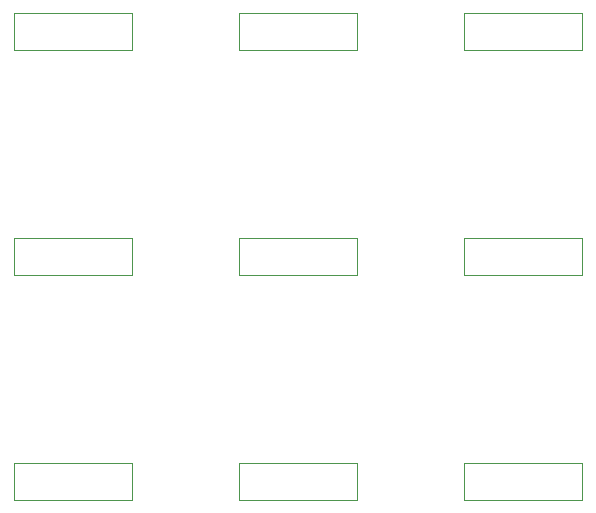
<source format=gbr>
%TF.GenerationSoftware,KiCad,Pcbnew,(5.1.6)-1*%
%TF.CreationDate,2020-10-02T01:53:22-06:00*%
%TF.ProjectId,macropad_3x3,6d616372-6f70-4616-945f-3378332e6b69,rev?*%
%TF.SameCoordinates,Original*%
%TF.FileFunction,Other,User*%
%FSLAX46Y46*%
G04 Gerber Fmt 4.6, Leading zero omitted, Abs format (unit mm)*
G04 Created by KiCad (PCBNEW (5.1.6)-1) date 2020-10-02 01:53:22*
%MOMM*%
%LPD*%
G01*
G04 APERTURE LIST*
%ADD10C,0.050000*%
G04 APERTURE END LIST*
D10*
%TO.C,D9*%
X64731250Y-79387500D02*
X64731250Y-76187500D01*
X64731250Y-76187500D02*
X74651250Y-76187500D01*
X74651250Y-76187500D02*
X74651250Y-79387500D01*
X74651250Y-79387500D02*
X64731250Y-79387500D01*
%TO.C,D8*%
X64731250Y-60337500D02*
X64731250Y-57137500D01*
X64731250Y-57137500D02*
X74651250Y-57137500D01*
X74651250Y-57137500D02*
X74651250Y-60337500D01*
X74651250Y-60337500D02*
X64731250Y-60337500D01*
%TO.C,D7*%
X64731250Y-41287500D02*
X64731250Y-38087500D01*
X64731250Y-38087500D02*
X74651250Y-38087500D01*
X74651250Y-38087500D02*
X74651250Y-41287500D01*
X74651250Y-41287500D02*
X64731250Y-41287500D01*
%TO.C,D6*%
X45681250Y-79387500D02*
X45681250Y-76187500D01*
X45681250Y-76187500D02*
X55601250Y-76187500D01*
X55601250Y-76187500D02*
X55601250Y-79387500D01*
X55601250Y-79387500D02*
X45681250Y-79387500D01*
%TO.C,D5*%
X45681250Y-60337500D02*
X45681250Y-57137500D01*
X45681250Y-57137500D02*
X55601250Y-57137500D01*
X55601250Y-57137500D02*
X55601250Y-60337500D01*
X55601250Y-60337500D02*
X45681250Y-60337500D01*
%TO.C,D4*%
X45681250Y-41287500D02*
X45681250Y-38087500D01*
X45681250Y-38087500D02*
X55601250Y-38087500D01*
X55601250Y-38087500D02*
X55601250Y-41287500D01*
X55601250Y-41287500D02*
X45681250Y-41287500D01*
%TO.C,D3*%
X26631250Y-79387500D02*
X26631250Y-76187500D01*
X26631250Y-76187500D02*
X36551250Y-76187500D01*
X36551250Y-76187500D02*
X36551250Y-79387500D01*
X36551250Y-79387500D02*
X26631250Y-79387500D01*
%TO.C,D2*%
X26631250Y-60337500D02*
X26631250Y-57137500D01*
X26631250Y-57137500D02*
X36551250Y-57137500D01*
X36551250Y-57137500D02*
X36551250Y-60337500D01*
X36551250Y-60337500D02*
X26631250Y-60337500D01*
%TO.C,D1*%
X26631250Y-41287500D02*
X26631250Y-38087500D01*
X26631250Y-38087500D02*
X36551250Y-38087500D01*
X36551250Y-38087500D02*
X36551250Y-41287500D01*
X36551250Y-41287500D02*
X26631250Y-41287500D01*
%TD*%
M02*

</source>
